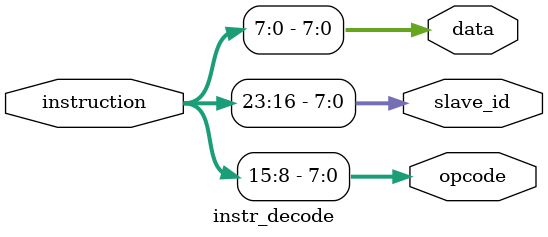
<source format=v>
module instr_decode(
    input    [23: 0]    instruction ,//指令
    output   [7: 0]     opcode      ,//操作码
    output   [7: 0]     slave_id    ,//电路id
    output   [7: 0]     data         //数据
 );

 assign slave_id = instruction[23:16];
 assign opcode   = instruction[15: 8];
 assign data     = instruction[7: 0];

endmodule
</source>
